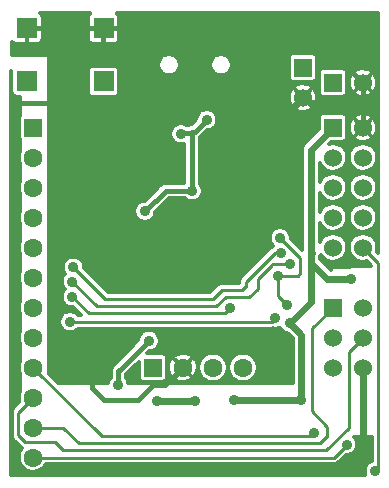
<source format=gbl>
G04 (created by PCBNEW (22-Jun-2014 BZR 4027)-stable) date Tue Nov  3 08:39:22 2015*
%MOIN*%
G04 Gerber Fmt 3.4, Leading zero omitted, Abs format*
%FSLAX34Y34*%
G01*
G70*
G90*
G04 APERTURE LIST*
%ADD10C,0.00590551*%
%ADD11R,0.06X0.06*%
%ADD12C,0.06*%
%ADD13R,0.07X0.07*%
%ADD14C,0.0629921*%
%ADD15C,0.035*%
%ADD16C,0.0102362*%
%ADD17C,0.015748*%
%ADD18C,0.023622*%
%ADD19C,0.011811*%
G04 APERTURE END LIST*
G54D10*
G54D11*
X50263Y-43370D03*
G54D12*
X51263Y-43370D03*
X50263Y-44370D03*
X51263Y-44370D03*
X50263Y-45370D03*
X51263Y-45370D03*
X50263Y-46370D03*
X51263Y-46370D03*
X50263Y-47370D03*
X51263Y-47370D03*
G54D11*
X50263Y-49370D03*
G54D12*
X51263Y-49370D03*
X50263Y-50370D03*
X51263Y-50370D03*
X50263Y-51370D03*
X51263Y-51370D03*
G54D13*
X40058Y-40058D03*
X42618Y-40058D03*
X40058Y-41830D03*
X42618Y-41830D03*
G54D11*
X50263Y-41870D03*
G54D12*
X51263Y-41870D03*
G54D11*
X49263Y-41370D03*
G54D12*
X49263Y-42370D03*
G54D11*
X40263Y-43370D03*
G54D14*
X40263Y-44370D03*
X40263Y-45370D03*
X40263Y-46370D03*
X40263Y-47370D03*
X40263Y-48370D03*
X40263Y-49370D03*
X40263Y-50370D03*
X40263Y-51370D03*
X40263Y-52370D03*
X40263Y-53370D03*
X40263Y-54370D03*
G54D11*
X44263Y-51370D03*
G54D14*
X45263Y-51370D03*
X46263Y-51370D03*
X47263Y-51370D03*
G54D15*
X48740Y-49291D03*
X48425Y-48307D03*
X48503Y-47047D03*
X41614Y-48031D03*
X48523Y-47539D03*
X43110Y-51968D03*
X50748Y-53937D03*
X44133Y-50472D03*
X41574Y-49015D03*
X46850Y-49370D03*
X41496Y-49842D03*
X48346Y-49724D03*
X51653Y-54803D03*
X49645Y-53543D03*
X41574Y-48503D03*
X48818Y-47933D03*
X44685Y-48661D03*
X46732Y-48149D03*
X42244Y-51614D03*
X48228Y-54763D03*
X46929Y-54763D03*
X45669Y-54763D03*
X44370Y-54763D03*
X43110Y-54763D03*
X42755Y-43543D03*
X48976Y-45039D03*
X45472Y-41338D03*
X49212Y-52440D03*
X48818Y-49881D03*
X46968Y-52440D03*
X45669Y-52480D03*
X44409Y-52480D03*
X45196Y-43582D03*
X50866Y-48425D03*
X43996Y-46161D03*
X45570Y-45472D03*
X46062Y-43110D03*
G54D16*
X50263Y-49370D02*
X49566Y-50066D01*
X50078Y-53346D02*
X50078Y-53661D01*
X49566Y-52834D02*
X50078Y-53346D01*
X49566Y-52795D02*
X49566Y-52834D01*
X49566Y-50066D02*
X49566Y-52795D01*
X50078Y-53661D02*
X50078Y-53700D01*
X50078Y-53700D02*
X50078Y-53661D01*
X49606Y-53897D02*
X49842Y-53897D01*
X49842Y-53897D02*
X50078Y-53661D01*
X40263Y-53370D02*
X41283Y-53370D01*
X41811Y-53897D02*
X49606Y-53897D01*
X49606Y-53897D02*
X49645Y-53897D01*
X41283Y-53370D02*
X41811Y-53897D01*
X40263Y-52370D02*
X39763Y-52870D01*
X39763Y-52870D02*
X39763Y-53622D01*
X49842Y-54133D02*
X50039Y-54133D01*
X50787Y-53385D02*
X50787Y-53031D01*
X50039Y-54133D02*
X50787Y-53385D01*
X50787Y-50846D02*
X51263Y-50370D01*
X50787Y-53031D02*
X50787Y-50846D01*
X41259Y-54133D02*
X49842Y-54133D01*
X40984Y-53858D02*
X41259Y-54133D01*
X40000Y-53858D02*
X40984Y-53858D01*
X39763Y-53622D02*
X40000Y-53858D01*
X48425Y-48976D02*
X48425Y-48307D01*
X48740Y-49291D02*
X48425Y-48976D01*
X49173Y-48031D02*
X49173Y-47716D01*
X49173Y-47716D02*
X48503Y-47047D01*
X49173Y-48228D02*
X49173Y-48031D01*
X48425Y-48307D02*
X49094Y-48307D01*
X49094Y-48307D02*
X49173Y-48228D01*
X42874Y-49094D02*
X42677Y-49094D01*
X42677Y-49094D02*
X41614Y-48031D01*
X47362Y-48700D02*
X47322Y-48700D01*
X48523Y-47539D02*
X48326Y-47539D01*
X48326Y-47539D02*
X47362Y-48503D01*
X47362Y-48700D02*
X47362Y-48503D01*
X46259Y-49094D02*
X42874Y-49094D01*
X46574Y-48779D02*
X46259Y-49094D01*
X47244Y-48779D02*
X46574Y-48779D01*
X47322Y-48700D02*
X47244Y-48779D01*
G54D17*
X43110Y-51496D02*
X43188Y-51417D01*
X43110Y-51968D02*
X43110Y-51496D01*
X43188Y-51417D02*
X44133Y-50472D01*
G54D16*
X50275Y-54370D02*
X50314Y-54370D01*
X50314Y-54370D02*
X50748Y-53937D01*
X49763Y-54370D02*
X50275Y-54370D01*
X49527Y-54370D02*
X49763Y-54370D01*
X40263Y-54370D02*
X49527Y-54370D01*
X42125Y-49566D02*
X41574Y-49015D01*
X46653Y-49566D02*
X42125Y-49566D01*
X46850Y-49370D02*
X46653Y-49566D01*
X41496Y-49842D02*
X41496Y-49844D01*
X41496Y-49844D02*
X41496Y-49842D01*
X41496Y-49842D02*
X41496Y-49844D01*
X48226Y-49844D02*
X41496Y-49844D01*
X48346Y-49724D02*
X48226Y-49844D01*
X49488Y-53661D02*
X49527Y-53661D01*
X49527Y-53661D02*
X49645Y-53543D01*
X51771Y-47877D02*
X51263Y-47370D01*
X51771Y-54685D02*
X51771Y-47877D01*
X51653Y-54803D02*
X51771Y-54685D01*
X40263Y-51370D02*
X42555Y-53661D01*
X42555Y-53661D02*
X49488Y-53661D01*
X42755Y-49330D02*
X42401Y-49330D01*
X42401Y-49330D02*
X41574Y-48503D01*
X48228Y-47933D02*
X48228Y-47952D01*
X46377Y-49330D02*
X42755Y-49330D01*
X46692Y-49015D02*
X46377Y-49330D01*
X47480Y-49015D02*
X46692Y-49015D01*
X47755Y-48740D02*
X47480Y-49015D01*
X47755Y-48425D02*
X47755Y-48740D01*
X48228Y-47952D02*
X47755Y-48425D01*
X48228Y-47933D02*
X48818Y-47933D01*
G54D18*
X45393Y-48661D02*
X46318Y-47736D01*
X44685Y-48661D02*
X45393Y-48661D01*
X46732Y-48149D02*
X46318Y-47736D01*
X46732Y-47283D02*
X46741Y-47273D01*
X46732Y-48149D02*
X46732Y-47283D01*
G54D17*
X41023Y-40058D02*
X41023Y-42519D01*
X40984Y-42559D02*
X39606Y-42559D01*
X41023Y-42519D02*
X40984Y-42559D01*
X42244Y-51614D02*
X42244Y-52047D01*
X44665Y-51968D02*
X45263Y-51370D01*
X44251Y-51968D02*
X44665Y-51968D01*
X43779Y-52440D02*
X44251Y-51968D01*
X42637Y-52440D02*
X43779Y-52440D01*
X42244Y-52047D02*
X42637Y-52440D01*
X42244Y-51614D02*
X41023Y-50393D01*
X41023Y-50393D02*
X41023Y-45275D01*
X41023Y-45275D02*
X42755Y-43543D01*
G54D16*
X39645Y-52204D02*
X39606Y-52165D01*
X39527Y-53897D02*
X39527Y-52362D01*
X39527Y-52362D02*
X39527Y-52322D01*
X39527Y-52322D02*
X39645Y-52204D01*
G54D17*
X43110Y-54763D02*
X42992Y-54881D01*
X39606Y-54566D02*
X39606Y-53976D01*
X39921Y-54881D02*
X39606Y-54566D01*
X42992Y-54881D02*
X39921Y-54881D01*
G54D16*
X39606Y-53976D02*
X39527Y-53897D01*
X39606Y-52165D02*
X39606Y-42559D01*
G54D17*
X48976Y-45039D02*
X46741Y-47273D01*
G54D18*
X51263Y-51370D02*
X51263Y-54051D01*
X51263Y-54051D02*
X50551Y-54763D01*
X50472Y-54763D02*
X50551Y-54763D01*
X48228Y-54763D02*
X50472Y-54763D01*
X48976Y-45039D02*
X48976Y-42657D01*
X48976Y-42657D02*
X49263Y-42370D01*
X45669Y-54763D02*
X46929Y-54763D01*
X43110Y-54763D02*
X44370Y-54763D01*
X43149Y-43070D02*
X43149Y-43149D01*
X43405Y-42814D02*
X43149Y-43070D01*
X43405Y-42165D02*
X43405Y-42814D01*
X43149Y-43149D02*
X42755Y-43543D01*
G54D17*
X43405Y-42165D02*
X43405Y-42125D01*
X43405Y-42125D02*
X43405Y-40058D01*
X45472Y-41338D02*
X45472Y-40058D01*
X45472Y-40058D02*
X45472Y-40059D01*
X45472Y-40059D02*
X45472Y-40058D01*
X49263Y-42370D02*
X49413Y-42519D01*
X49413Y-42519D02*
X51263Y-42519D01*
X51263Y-43370D02*
X51263Y-42519D01*
X51263Y-42519D02*
X51263Y-41870D01*
X40058Y-40058D02*
X41023Y-40058D01*
X41023Y-40058D02*
X42618Y-40058D01*
X42618Y-40058D02*
X43405Y-40058D01*
X43405Y-40058D02*
X45472Y-40058D01*
X45472Y-40058D02*
X49452Y-40058D01*
X49452Y-40058D02*
X51263Y-41870D01*
G54D18*
X49212Y-52440D02*
X49212Y-50275D01*
X49212Y-50275D02*
X48818Y-49881D01*
X48425Y-52440D02*
X49212Y-52440D01*
X46968Y-52440D02*
X48425Y-52440D01*
X49566Y-47559D02*
X49527Y-47559D01*
X48818Y-49881D02*
X49527Y-49173D01*
X49527Y-49173D02*
X49527Y-47598D01*
X49527Y-47598D02*
X49566Y-47559D01*
X49527Y-45275D02*
X49527Y-44106D01*
X49527Y-47322D02*
X49527Y-47559D01*
X49527Y-44106D02*
X50263Y-43370D01*
X49527Y-47322D02*
X49527Y-45236D01*
X49527Y-45236D02*
X49527Y-45275D01*
X44409Y-52480D02*
X45669Y-52480D01*
G54D17*
X45570Y-43543D02*
X45236Y-43543D01*
X45236Y-43543D02*
X45196Y-43582D01*
G54D18*
X49527Y-47559D02*
X49527Y-47874D01*
X49527Y-47874D02*
X50078Y-48425D01*
X50078Y-48425D02*
X50866Y-48425D01*
G54D17*
X45570Y-45472D02*
X44685Y-45472D01*
X44685Y-45472D02*
X43996Y-46161D01*
X45570Y-45472D02*
X45570Y-43543D01*
X45570Y-43543D02*
X45570Y-43503D01*
X46062Y-43110D02*
X45669Y-43503D01*
X45669Y-43503D02*
X45570Y-43503D01*
G54D10*
G36*
X51771Y-47555D02*
X51742Y-47526D01*
X51742Y-43388D01*
X51742Y-41888D01*
X51737Y-41794D01*
X51713Y-41704D01*
X51672Y-41620D01*
X51652Y-41589D01*
X51572Y-41563D01*
X51570Y-41566D01*
X51570Y-41560D01*
X51544Y-41481D01*
X51463Y-41434D01*
X51374Y-41403D01*
X51281Y-41390D01*
X51188Y-41396D01*
X51097Y-41420D01*
X51013Y-41460D01*
X50983Y-41481D01*
X50957Y-41560D01*
X51263Y-41867D01*
X51570Y-41560D01*
X51570Y-41566D01*
X51266Y-41870D01*
X51572Y-42176D01*
X51652Y-42150D01*
X51699Y-42069D01*
X51730Y-41980D01*
X51742Y-41888D01*
X51742Y-43388D01*
X51737Y-43294D01*
X51713Y-43204D01*
X51672Y-43120D01*
X51652Y-43089D01*
X51572Y-43063D01*
X51570Y-43066D01*
X51570Y-43060D01*
X51570Y-42179D01*
X51263Y-41872D01*
X51260Y-41875D01*
X51260Y-41870D01*
X50954Y-41563D01*
X50874Y-41589D01*
X50827Y-41670D01*
X50797Y-41759D01*
X50784Y-41851D01*
X50790Y-41945D01*
X50813Y-42035D01*
X50854Y-42120D01*
X50874Y-42150D01*
X50954Y-42176D01*
X51260Y-41870D01*
X51260Y-41875D01*
X50957Y-42179D01*
X50983Y-42259D01*
X51064Y-42306D01*
X51152Y-42336D01*
X51245Y-42349D01*
X51339Y-42343D01*
X51429Y-42319D01*
X51513Y-42279D01*
X51544Y-42259D01*
X51570Y-42179D01*
X51570Y-43060D01*
X51544Y-42981D01*
X51463Y-42934D01*
X51374Y-42903D01*
X51281Y-42890D01*
X51188Y-42896D01*
X51097Y-42920D01*
X51013Y-42960D01*
X50983Y-42981D01*
X50957Y-43060D01*
X51263Y-43367D01*
X51570Y-43060D01*
X51570Y-43066D01*
X51266Y-43370D01*
X51572Y-43676D01*
X51652Y-43650D01*
X51699Y-43569D01*
X51730Y-43480D01*
X51742Y-43388D01*
X51742Y-47526D01*
X51722Y-47505D01*
X51739Y-47430D01*
X51740Y-47323D01*
X51740Y-46323D01*
X51740Y-45323D01*
X51740Y-44323D01*
X51722Y-44231D01*
X51687Y-44144D01*
X51635Y-44067D01*
X51570Y-44001D01*
X51570Y-43679D01*
X51263Y-43372D01*
X51260Y-43375D01*
X51260Y-43370D01*
X50954Y-43063D01*
X50874Y-43089D01*
X50827Y-43170D01*
X50797Y-43259D01*
X50784Y-43351D01*
X50790Y-43445D01*
X50813Y-43535D01*
X50854Y-43620D01*
X50874Y-43650D01*
X50954Y-43676D01*
X51260Y-43370D01*
X51260Y-43375D01*
X50957Y-43679D01*
X50983Y-43759D01*
X51064Y-43806D01*
X51152Y-43836D01*
X51245Y-43849D01*
X51339Y-43843D01*
X51429Y-43819D01*
X51513Y-43779D01*
X51544Y-43759D01*
X51570Y-43679D01*
X51570Y-44001D01*
X51569Y-44000D01*
X51491Y-43948D01*
X51405Y-43912D01*
X51313Y-43893D01*
X51220Y-43892D01*
X51128Y-43910D01*
X51041Y-43945D01*
X50963Y-43996D01*
X50896Y-44061D01*
X50843Y-44139D01*
X50806Y-44225D01*
X50787Y-44316D01*
X50785Y-44410D01*
X50802Y-44502D01*
X50837Y-44589D01*
X50888Y-44667D01*
X50953Y-44735D01*
X51029Y-44788D01*
X51115Y-44826D01*
X51207Y-44846D01*
X51300Y-44848D01*
X51392Y-44831D01*
X51479Y-44798D01*
X51558Y-44747D01*
X51626Y-44683D01*
X51680Y-44606D01*
X51718Y-44521D01*
X51739Y-44430D01*
X51740Y-44323D01*
X51740Y-45323D01*
X51722Y-45231D01*
X51687Y-45144D01*
X51635Y-45067D01*
X51569Y-45000D01*
X51491Y-44948D01*
X51405Y-44912D01*
X51313Y-44893D01*
X51220Y-44892D01*
X51128Y-44910D01*
X51041Y-44945D01*
X50963Y-44996D01*
X50896Y-45061D01*
X50843Y-45139D01*
X50806Y-45225D01*
X50787Y-45316D01*
X50785Y-45410D01*
X50802Y-45502D01*
X50837Y-45589D01*
X50888Y-45667D01*
X50953Y-45735D01*
X51029Y-45788D01*
X51115Y-45826D01*
X51207Y-45846D01*
X51300Y-45848D01*
X51392Y-45831D01*
X51479Y-45798D01*
X51558Y-45747D01*
X51626Y-45683D01*
X51680Y-45606D01*
X51718Y-45521D01*
X51739Y-45430D01*
X51740Y-45323D01*
X51740Y-46323D01*
X51722Y-46231D01*
X51687Y-46144D01*
X51635Y-46067D01*
X51569Y-46000D01*
X51491Y-45948D01*
X51405Y-45912D01*
X51313Y-45893D01*
X51220Y-45892D01*
X51128Y-45910D01*
X51041Y-45945D01*
X50963Y-45996D01*
X50896Y-46061D01*
X50843Y-46139D01*
X50806Y-46225D01*
X50787Y-46316D01*
X50785Y-46410D01*
X50802Y-46502D01*
X50837Y-46589D01*
X50888Y-46667D01*
X50953Y-46735D01*
X51029Y-46788D01*
X51115Y-46826D01*
X51207Y-46846D01*
X51300Y-46848D01*
X51392Y-46831D01*
X51479Y-46798D01*
X51558Y-46747D01*
X51626Y-46683D01*
X51680Y-46606D01*
X51718Y-46521D01*
X51739Y-46430D01*
X51740Y-46323D01*
X51740Y-47323D01*
X51722Y-47231D01*
X51687Y-47144D01*
X51635Y-47067D01*
X51569Y-47000D01*
X51491Y-46948D01*
X51405Y-46912D01*
X51313Y-46893D01*
X51220Y-46892D01*
X51128Y-46910D01*
X51041Y-46945D01*
X50963Y-46996D01*
X50896Y-47061D01*
X50843Y-47139D01*
X50806Y-47225D01*
X50787Y-47316D01*
X50785Y-47410D01*
X50802Y-47502D01*
X50837Y-47589D01*
X50888Y-47667D01*
X50953Y-47735D01*
X51029Y-47788D01*
X51115Y-47826D01*
X51207Y-47846D01*
X51300Y-47848D01*
X51392Y-47831D01*
X51399Y-47829D01*
X51543Y-47972D01*
X51543Y-47980D01*
X50216Y-48013D01*
X50216Y-48129D01*
X50201Y-48129D01*
X49822Y-47751D01*
X49822Y-47703D01*
X49825Y-47698D01*
X49839Y-47673D01*
X49839Y-47672D01*
X49839Y-47672D01*
X49847Y-47645D01*
X49856Y-47618D01*
X49888Y-47667D01*
X49953Y-47735D01*
X50029Y-47788D01*
X50115Y-47826D01*
X50207Y-47846D01*
X50300Y-47848D01*
X50392Y-47831D01*
X50479Y-47798D01*
X50558Y-47747D01*
X50626Y-47683D01*
X50680Y-47606D01*
X50718Y-47521D01*
X50739Y-47430D01*
X50740Y-47323D01*
X50722Y-47231D01*
X50687Y-47144D01*
X50635Y-47067D01*
X50569Y-47000D01*
X50491Y-46948D01*
X50405Y-46912D01*
X50313Y-46893D01*
X50220Y-46892D01*
X50128Y-46910D01*
X50041Y-46945D01*
X49963Y-46996D01*
X49896Y-47061D01*
X49843Y-47139D01*
X49822Y-47187D01*
X49822Y-46552D01*
X49837Y-46589D01*
X49888Y-46667D01*
X49953Y-46735D01*
X50029Y-46788D01*
X50115Y-46826D01*
X50207Y-46846D01*
X50300Y-46848D01*
X50392Y-46831D01*
X50479Y-46798D01*
X50558Y-46747D01*
X50626Y-46683D01*
X50680Y-46606D01*
X50718Y-46521D01*
X50739Y-46430D01*
X50740Y-46323D01*
X50722Y-46231D01*
X50687Y-46144D01*
X50635Y-46067D01*
X50569Y-46000D01*
X50491Y-45948D01*
X50405Y-45912D01*
X50313Y-45893D01*
X50220Y-45892D01*
X50128Y-45910D01*
X50041Y-45945D01*
X49963Y-45996D01*
X49896Y-46061D01*
X49843Y-46139D01*
X49822Y-46187D01*
X49822Y-45552D01*
X49837Y-45589D01*
X49888Y-45667D01*
X49953Y-45735D01*
X50029Y-45788D01*
X50115Y-45826D01*
X50207Y-45846D01*
X50300Y-45848D01*
X50392Y-45831D01*
X50479Y-45798D01*
X50558Y-45747D01*
X50626Y-45683D01*
X50680Y-45606D01*
X50718Y-45521D01*
X50739Y-45430D01*
X50740Y-45323D01*
X50722Y-45231D01*
X50687Y-45144D01*
X50635Y-45067D01*
X50569Y-45000D01*
X50491Y-44948D01*
X50405Y-44912D01*
X50313Y-44893D01*
X50220Y-44892D01*
X50128Y-44910D01*
X50041Y-44945D01*
X49963Y-44996D01*
X49896Y-45061D01*
X49843Y-45139D01*
X49822Y-45187D01*
X49822Y-44552D01*
X49837Y-44589D01*
X49888Y-44667D01*
X49953Y-44735D01*
X50029Y-44788D01*
X50115Y-44826D01*
X50207Y-44846D01*
X50300Y-44848D01*
X50392Y-44831D01*
X50479Y-44798D01*
X50558Y-44747D01*
X50626Y-44683D01*
X50680Y-44606D01*
X50718Y-44521D01*
X50739Y-44430D01*
X50740Y-44323D01*
X50722Y-44231D01*
X50687Y-44144D01*
X50635Y-44067D01*
X50569Y-44000D01*
X50491Y-43948D01*
X50405Y-43912D01*
X50313Y-43893D01*
X50220Y-43892D01*
X50144Y-43907D01*
X50204Y-43847D01*
X50581Y-43847D01*
X50615Y-43840D01*
X50647Y-43827D01*
X50676Y-43808D01*
X50700Y-43783D01*
X50720Y-43754D01*
X50733Y-43722D01*
X50740Y-43688D01*
X50741Y-43653D01*
X50741Y-42153D01*
X50740Y-41552D01*
X50734Y-41518D01*
X50720Y-41486D01*
X50701Y-41457D01*
X50677Y-41432D01*
X50648Y-41413D01*
X50616Y-41400D01*
X50582Y-41393D01*
X50547Y-41392D01*
X49946Y-41392D01*
X49912Y-41399D01*
X49880Y-41412D01*
X49851Y-41432D01*
X49826Y-41456D01*
X49807Y-41485D01*
X49793Y-41517D01*
X49786Y-41551D01*
X49786Y-41586D01*
X49786Y-42187D01*
X49793Y-42221D01*
X49806Y-42253D01*
X49825Y-42282D01*
X49850Y-42307D01*
X49879Y-42326D01*
X49911Y-42340D01*
X49945Y-42347D01*
X49979Y-42347D01*
X50581Y-42347D01*
X50615Y-42340D01*
X50647Y-42327D01*
X50676Y-42308D01*
X50700Y-42283D01*
X50720Y-42254D01*
X50733Y-42222D01*
X50740Y-42188D01*
X50741Y-42153D01*
X50741Y-43653D01*
X50740Y-43052D01*
X50734Y-43018D01*
X50720Y-42986D01*
X50701Y-42957D01*
X50677Y-42932D01*
X50648Y-42913D01*
X50616Y-42900D01*
X50582Y-42893D01*
X50547Y-42892D01*
X49946Y-42892D01*
X49912Y-42899D01*
X49880Y-42912D01*
X49851Y-42932D01*
X49826Y-42956D01*
X49807Y-42985D01*
X49793Y-43017D01*
X49786Y-43051D01*
X49786Y-43086D01*
X49786Y-43429D01*
X49742Y-43473D01*
X49742Y-42388D01*
X49741Y-42357D01*
X49741Y-41653D01*
X49740Y-41052D01*
X49734Y-41018D01*
X49720Y-40986D01*
X49701Y-40957D01*
X49677Y-40932D01*
X49648Y-40913D01*
X49616Y-40900D01*
X49582Y-40893D01*
X49547Y-40892D01*
X48946Y-40892D01*
X48912Y-40899D01*
X48880Y-40912D01*
X48851Y-40932D01*
X48826Y-40956D01*
X48807Y-40985D01*
X48793Y-41017D01*
X48786Y-41051D01*
X48786Y-41086D01*
X48786Y-41687D01*
X48793Y-41721D01*
X48806Y-41753D01*
X48825Y-41782D01*
X48850Y-41807D01*
X48879Y-41826D01*
X48911Y-41840D01*
X48945Y-41847D01*
X48979Y-41847D01*
X49581Y-41847D01*
X49615Y-41840D01*
X49647Y-41827D01*
X49676Y-41808D01*
X49700Y-41783D01*
X49720Y-41754D01*
X49733Y-41722D01*
X49740Y-41688D01*
X49741Y-41653D01*
X49741Y-42357D01*
X49737Y-42294D01*
X49713Y-42204D01*
X49672Y-42120D01*
X49652Y-42089D01*
X49572Y-42063D01*
X49570Y-42066D01*
X49570Y-42060D01*
X49544Y-41981D01*
X49463Y-41934D01*
X49374Y-41903D01*
X49281Y-41890D01*
X49188Y-41896D01*
X49097Y-41920D01*
X49013Y-41960D01*
X48983Y-41981D01*
X48957Y-42060D01*
X49263Y-42367D01*
X49570Y-42060D01*
X49570Y-42066D01*
X49266Y-42370D01*
X49572Y-42676D01*
X49652Y-42650D01*
X49699Y-42569D01*
X49730Y-42480D01*
X49742Y-42388D01*
X49742Y-43473D01*
X49570Y-43646D01*
X49570Y-42679D01*
X49263Y-42372D01*
X49260Y-42375D01*
X49260Y-42370D01*
X48954Y-42063D01*
X48874Y-42089D01*
X48827Y-42170D01*
X48797Y-42259D01*
X48784Y-42351D01*
X48790Y-42445D01*
X48813Y-42535D01*
X48854Y-42620D01*
X48874Y-42650D01*
X48954Y-42676D01*
X49260Y-42370D01*
X49260Y-42375D01*
X48957Y-42679D01*
X48983Y-42759D01*
X49064Y-42806D01*
X49152Y-42836D01*
X49245Y-42849D01*
X49339Y-42843D01*
X49429Y-42819D01*
X49513Y-42779D01*
X49544Y-42759D01*
X49570Y-42679D01*
X49570Y-43646D01*
X49318Y-43897D01*
X49301Y-43918D01*
X49283Y-43939D01*
X49283Y-43940D01*
X49282Y-43942D01*
X49269Y-43966D01*
X49256Y-43989D01*
X49255Y-43991D01*
X49254Y-43992D01*
X49246Y-44018D01*
X49238Y-44044D01*
X49238Y-44046D01*
X49238Y-44047D01*
X49235Y-44075D01*
X49232Y-44102D01*
X49232Y-44105D01*
X49232Y-44105D01*
X49232Y-44105D01*
X49232Y-44106D01*
X49232Y-45236D01*
X49232Y-45275D01*
X49232Y-47322D01*
X49232Y-47452D01*
X48855Y-47075D01*
X48856Y-47012D01*
X48842Y-46944D01*
X48816Y-46881D01*
X48778Y-46823D01*
X48729Y-46774D01*
X48672Y-46735D01*
X48608Y-46709D01*
X48540Y-46695D01*
X48471Y-46694D01*
X48404Y-46707D01*
X48339Y-46733D01*
X48282Y-46771D01*
X48232Y-46819D01*
X48193Y-46876D01*
X48166Y-46940D01*
X48152Y-47007D01*
X48151Y-47076D01*
X48163Y-47144D01*
X48189Y-47208D01*
X48226Y-47267D01*
X48261Y-47303D01*
X48252Y-47311D01*
X48241Y-47327D01*
X48240Y-47327D01*
X48239Y-47328D01*
X48221Y-47338D01*
X48202Y-47347D01*
X48201Y-47348D01*
X48200Y-47349D01*
X48184Y-47362D01*
X48167Y-47375D01*
X48165Y-47377D01*
X48165Y-47377D01*
X48165Y-47377D01*
X48165Y-47377D01*
X47200Y-48342D01*
X47187Y-48358D01*
X47173Y-48374D01*
X47173Y-48375D01*
X47172Y-48376D01*
X47162Y-48395D01*
X47152Y-48413D01*
X47151Y-48415D01*
X47151Y-48416D01*
X47145Y-48436D01*
X47138Y-48456D01*
X47138Y-48457D01*
X47138Y-48458D01*
X47136Y-48479D01*
X47133Y-48500D01*
X47133Y-48503D01*
X47133Y-48503D01*
X47133Y-48503D01*
X47133Y-48503D01*
X47133Y-48551D01*
X46889Y-48551D01*
X46889Y-41245D01*
X46875Y-41177D01*
X46849Y-41112D01*
X46811Y-41054D01*
X46762Y-41005D01*
X46704Y-40966D01*
X46640Y-40939D01*
X46572Y-40925D01*
X46503Y-40925D01*
X46434Y-40938D01*
X46370Y-40964D01*
X46312Y-41002D01*
X46262Y-41051D01*
X46223Y-41108D01*
X46196Y-41172D01*
X46181Y-41240D01*
X46180Y-41309D01*
X46193Y-41377D01*
X46218Y-41442D01*
X46256Y-41500D01*
X46304Y-41550D01*
X46361Y-41590D01*
X46425Y-41618D01*
X46493Y-41633D01*
X46562Y-41634D01*
X46630Y-41622D01*
X46695Y-41597D01*
X46754Y-41560D01*
X46804Y-41512D01*
X46844Y-41455D01*
X46872Y-41392D01*
X46888Y-41324D01*
X46889Y-41245D01*
X46889Y-48551D01*
X46574Y-48551D01*
X46553Y-48553D01*
X46532Y-48555D01*
X46531Y-48555D01*
X46530Y-48555D01*
X46510Y-48561D01*
X46490Y-48567D01*
X46488Y-48568D01*
X46487Y-48568D01*
X46469Y-48578D01*
X46450Y-48588D01*
X46449Y-48588D01*
X46448Y-48589D01*
X46432Y-48602D01*
X46415Y-48615D01*
X46415Y-48616D01*
X46415Y-43075D01*
X46401Y-43007D01*
X46375Y-42944D01*
X46337Y-42886D01*
X46288Y-42837D01*
X46231Y-42798D01*
X46167Y-42772D01*
X46099Y-42758D01*
X46030Y-42757D01*
X45963Y-42770D01*
X45899Y-42796D01*
X45841Y-42834D01*
X45791Y-42882D01*
X45752Y-42939D01*
X45725Y-43003D01*
X45711Y-43070D01*
X45710Y-43100D01*
X45562Y-43248D01*
X45546Y-43250D01*
X45522Y-43252D01*
X45522Y-43252D01*
X45521Y-43252D01*
X45498Y-43259D01*
X45475Y-43266D01*
X45474Y-43267D01*
X45473Y-43267D01*
X45452Y-43278D01*
X45435Y-43287D01*
X45388Y-43287D01*
X45365Y-43271D01*
X45301Y-43244D01*
X45233Y-43230D01*
X45164Y-43230D01*
X45157Y-43231D01*
X45157Y-41245D01*
X45143Y-41177D01*
X45117Y-41112D01*
X45079Y-41054D01*
X45030Y-41005D01*
X44972Y-40966D01*
X44908Y-40939D01*
X44840Y-40925D01*
X44771Y-40925D01*
X44702Y-40938D01*
X44638Y-40964D01*
X44580Y-41002D01*
X44530Y-41051D01*
X44491Y-41108D01*
X44464Y-41172D01*
X44449Y-41240D01*
X44448Y-41309D01*
X44461Y-41377D01*
X44486Y-41442D01*
X44524Y-41500D01*
X44572Y-41550D01*
X44629Y-41590D01*
X44693Y-41618D01*
X44761Y-41633D01*
X44830Y-41634D01*
X44898Y-41622D01*
X44963Y-41597D01*
X45022Y-41560D01*
X45072Y-41512D01*
X45112Y-41455D01*
X45140Y-41392D01*
X45156Y-41324D01*
X45157Y-41245D01*
X45157Y-43231D01*
X45096Y-43243D01*
X45032Y-43269D01*
X44975Y-43306D01*
X44925Y-43355D01*
X44886Y-43412D01*
X44859Y-43475D01*
X44845Y-43543D01*
X44844Y-43612D01*
X44856Y-43680D01*
X44882Y-43744D01*
X44919Y-43802D01*
X44967Y-43852D01*
X45024Y-43891D01*
X45087Y-43919D01*
X45154Y-43934D01*
X45223Y-43935D01*
X45292Y-43923D01*
X45314Y-43914D01*
X45314Y-45216D01*
X44685Y-45216D01*
X44661Y-45218D01*
X44637Y-45220D01*
X44636Y-45221D01*
X44635Y-45221D01*
X44612Y-45228D01*
X44590Y-45234D01*
X44588Y-45235D01*
X44587Y-45235D01*
X44566Y-45246D01*
X44545Y-45257D01*
X44544Y-45258D01*
X44543Y-45259D01*
X44525Y-45274D01*
X44506Y-45288D01*
X44504Y-45290D01*
X44504Y-45290D01*
X44504Y-45290D01*
X44504Y-45291D01*
X43986Y-45809D01*
X43963Y-45809D01*
X43896Y-45821D01*
X43832Y-45847D01*
X43774Y-45885D01*
X43724Y-45933D01*
X43685Y-45990D01*
X43658Y-46054D01*
X43644Y-46121D01*
X43643Y-46191D01*
X43655Y-46258D01*
X43681Y-46323D01*
X43718Y-46381D01*
X43766Y-46430D01*
X43823Y-46470D01*
X43886Y-46497D01*
X43954Y-46512D01*
X44023Y-46514D01*
X44091Y-46502D01*
X44155Y-46477D01*
X44213Y-46440D01*
X44263Y-46392D01*
X44303Y-46336D01*
X44331Y-46273D01*
X44347Y-46205D01*
X44347Y-46171D01*
X44791Y-45728D01*
X45328Y-45728D01*
X45341Y-45741D01*
X45398Y-45781D01*
X45461Y-45808D01*
X45528Y-45823D01*
X45598Y-45825D01*
X45666Y-45813D01*
X45730Y-45788D01*
X45788Y-45751D01*
X45838Y-45703D01*
X45878Y-45647D01*
X45906Y-45584D01*
X45921Y-45516D01*
X45923Y-45437D01*
X45909Y-45370D01*
X45883Y-45306D01*
X45845Y-45248D01*
X45826Y-45230D01*
X45826Y-43704D01*
X45829Y-43702D01*
X45847Y-43687D01*
X45849Y-43685D01*
X45849Y-43685D01*
X45849Y-43685D01*
X45850Y-43684D01*
X46072Y-43462D01*
X46090Y-43463D01*
X46158Y-43451D01*
X46222Y-43426D01*
X46280Y-43389D01*
X46330Y-43341D01*
X46370Y-43285D01*
X46398Y-43221D01*
X46414Y-43154D01*
X46415Y-43075D01*
X46415Y-48616D01*
X46413Y-48617D01*
X46413Y-48617D01*
X46413Y-48617D01*
X46413Y-48618D01*
X46165Y-48866D01*
X43145Y-48866D01*
X43145Y-42164D01*
X43145Y-40392D01*
X43145Y-40105D01*
X43101Y-40060D01*
X42620Y-40060D01*
X42620Y-40541D01*
X42664Y-40586D01*
X42985Y-40586D01*
X43020Y-40579D01*
X43052Y-40566D01*
X43081Y-40546D01*
X43105Y-40522D01*
X43125Y-40493D01*
X43138Y-40461D01*
X43145Y-40427D01*
X43145Y-40392D01*
X43145Y-42164D01*
X43145Y-41463D01*
X43139Y-41429D01*
X43125Y-41397D01*
X43106Y-41368D01*
X43082Y-41343D01*
X43053Y-41324D01*
X43021Y-41310D01*
X42987Y-41303D01*
X42952Y-41303D01*
X42616Y-41303D01*
X42616Y-40541D01*
X42616Y-40060D01*
X42135Y-40060D01*
X42091Y-40105D01*
X42091Y-40392D01*
X42091Y-40427D01*
X42098Y-40461D01*
X42111Y-40493D01*
X42131Y-40522D01*
X42156Y-40546D01*
X42185Y-40566D01*
X42217Y-40579D01*
X42251Y-40586D01*
X42572Y-40586D01*
X42616Y-40541D01*
X42616Y-41303D01*
X42251Y-41303D01*
X42217Y-41310D01*
X42185Y-41323D01*
X42156Y-41342D01*
X42131Y-41367D01*
X42111Y-41396D01*
X42098Y-41428D01*
X42091Y-41462D01*
X42091Y-41497D01*
X42091Y-42198D01*
X42098Y-42232D01*
X42111Y-42264D01*
X42130Y-42293D01*
X42155Y-42318D01*
X42183Y-42337D01*
X42215Y-42350D01*
X42249Y-42357D01*
X42284Y-42358D01*
X42985Y-42358D01*
X43020Y-42351D01*
X43052Y-42338D01*
X43081Y-42318D01*
X43105Y-42294D01*
X43125Y-42265D01*
X43138Y-42233D01*
X43145Y-42199D01*
X43145Y-42164D01*
X43145Y-48866D01*
X42874Y-48866D01*
X42771Y-48866D01*
X41965Y-48059D01*
X41966Y-47996D01*
X41952Y-47929D01*
X41926Y-47865D01*
X41888Y-47807D01*
X41839Y-47758D01*
X41782Y-47720D01*
X41718Y-47693D01*
X41651Y-47679D01*
X41582Y-47679D01*
X41514Y-47692D01*
X41450Y-47717D01*
X41392Y-47755D01*
X41343Y-47804D01*
X41304Y-47861D01*
X41276Y-47924D01*
X41262Y-47992D01*
X41261Y-48061D01*
X41274Y-48129D01*
X41299Y-48193D01*
X41333Y-48246D01*
X41303Y-48276D01*
X41264Y-48333D01*
X41237Y-48396D01*
X41223Y-48464D01*
X41222Y-48533D01*
X41234Y-48601D01*
X41260Y-48665D01*
X41297Y-48723D01*
X41332Y-48760D01*
X41303Y-48788D01*
X41264Y-48845D01*
X41237Y-48908D01*
X41223Y-48976D01*
X41222Y-49045D01*
X41234Y-49113D01*
X41260Y-49177D01*
X41297Y-49235D01*
X41345Y-49285D01*
X41402Y-49324D01*
X41465Y-49352D01*
X41532Y-49367D01*
X41601Y-49368D01*
X41604Y-49368D01*
X41852Y-49616D01*
X41767Y-49616D01*
X41721Y-49569D01*
X41664Y-49531D01*
X41600Y-49504D01*
X41533Y-49490D01*
X41463Y-49490D01*
X41396Y-49503D01*
X41332Y-49528D01*
X41274Y-49566D01*
X41224Y-49615D01*
X41185Y-49672D01*
X41158Y-49735D01*
X41144Y-49803D01*
X41143Y-49872D01*
X41155Y-49940D01*
X41181Y-50004D01*
X41218Y-50062D01*
X41266Y-50112D01*
X41323Y-50151D01*
X41386Y-50179D01*
X41454Y-50193D01*
X41523Y-50195D01*
X41591Y-50183D01*
X41655Y-50158D01*
X41713Y-50121D01*
X41763Y-50073D01*
X41764Y-50072D01*
X48226Y-50072D01*
X48247Y-50070D01*
X48268Y-50068D01*
X48269Y-50068D01*
X48270Y-50068D01*
X48270Y-50068D01*
X48304Y-50075D01*
X48373Y-50077D01*
X48441Y-50065D01*
X48503Y-50041D01*
X48504Y-50043D01*
X48541Y-50101D01*
X48589Y-50151D01*
X48646Y-50190D01*
X48709Y-50218D01*
X48745Y-50226D01*
X48917Y-50397D01*
X48917Y-51870D01*
X47755Y-51870D01*
X47755Y-51321D01*
X47737Y-51227D01*
X47700Y-51137D01*
X47646Y-51057D01*
X47578Y-50989D01*
X47498Y-50935D01*
X47410Y-50897D01*
X47315Y-50878D01*
X47218Y-50877D01*
X47124Y-50895D01*
X47034Y-50931D01*
X46953Y-50984D01*
X46884Y-51052D01*
X46830Y-51131D01*
X46792Y-51220D01*
X46772Y-51314D01*
X46771Y-51411D01*
X46788Y-51506D01*
X46823Y-51596D01*
X46876Y-51677D01*
X46943Y-51746D01*
X47022Y-51801D01*
X47110Y-51840D01*
X47205Y-51861D01*
X47301Y-51863D01*
X47396Y-51846D01*
X47486Y-51811D01*
X47568Y-51759D01*
X47638Y-51693D01*
X47693Y-51614D01*
X47733Y-51526D01*
X47754Y-51432D01*
X47755Y-51321D01*
X47755Y-51870D01*
X46755Y-51870D01*
X46755Y-51321D01*
X46737Y-51227D01*
X46700Y-51137D01*
X46646Y-51057D01*
X46578Y-50989D01*
X46498Y-50935D01*
X46410Y-50897D01*
X46315Y-50878D01*
X46218Y-50877D01*
X46124Y-50895D01*
X46034Y-50931D01*
X45953Y-50984D01*
X45884Y-51052D01*
X45830Y-51131D01*
X45792Y-51220D01*
X45772Y-51314D01*
X45771Y-51411D01*
X45788Y-51506D01*
X45823Y-51596D01*
X45876Y-51677D01*
X45943Y-51746D01*
X46022Y-51801D01*
X46110Y-51840D01*
X46205Y-51861D01*
X46301Y-51863D01*
X46396Y-51846D01*
X46486Y-51811D01*
X46568Y-51759D01*
X46638Y-51693D01*
X46693Y-51614D01*
X46733Y-51526D01*
X46754Y-51432D01*
X46755Y-51321D01*
X46755Y-51870D01*
X45757Y-51870D01*
X45757Y-51388D01*
X45752Y-51292D01*
X45727Y-51199D01*
X45685Y-51112D01*
X45664Y-51081D01*
X45583Y-51053D01*
X45580Y-51055D01*
X45580Y-51050D01*
X45552Y-50968D01*
X45469Y-50920D01*
X45378Y-50888D01*
X45282Y-50875D01*
X45186Y-50881D01*
X45092Y-50906D01*
X45005Y-50948D01*
X44974Y-50968D01*
X44946Y-51050D01*
X45263Y-51367D01*
X45580Y-51050D01*
X45580Y-51055D01*
X45266Y-51370D01*
X45583Y-51687D01*
X45664Y-51659D01*
X45713Y-51575D01*
X45744Y-51484D01*
X45757Y-51388D01*
X45757Y-51870D01*
X45580Y-51870D01*
X45580Y-51689D01*
X45263Y-51372D01*
X45260Y-51375D01*
X45260Y-51370D01*
X44944Y-51053D01*
X44862Y-51081D01*
X44814Y-51164D01*
X44782Y-51255D01*
X44769Y-51351D01*
X44775Y-51447D01*
X44799Y-51541D01*
X44841Y-51627D01*
X44862Y-51659D01*
X44944Y-51687D01*
X45260Y-51370D01*
X45260Y-51375D01*
X44946Y-51689D01*
X44974Y-51771D01*
X45058Y-51819D01*
X45149Y-51851D01*
X45245Y-51864D01*
X45341Y-51858D01*
X45434Y-51834D01*
X45521Y-51792D01*
X45552Y-51771D01*
X45580Y-51689D01*
X45580Y-51870D01*
X43449Y-51870D01*
X43449Y-51866D01*
X43422Y-51802D01*
X43384Y-51744D01*
X43366Y-51726D01*
X43366Y-51602D01*
X43369Y-51598D01*
X43369Y-51598D01*
X43369Y-51598D01*
X43786Y-51181D01*
X43786Y-51687D01*
X43793Y-51721D01*
X43806Y-51753D01*
X43825Y-51782D01*
X43850Y-51807D01*
X43879Y-51826D01*
X43911Y-51840D01*
X43945Y-51847D01*
X43979Y-51847D01*
X44581Y-51847D01*
X44615Y-51840D01*
X44647Y-51827D01*
X44676Y-51808D01*
X44700Y-51783D01*
X44720Y-51754D01*
X44733Y-51722D01*
X44740Y-51688D01*
X44741Y-51653D01*
X44740Y-51052D01*
X44734Y-51018D01*
X44720Y-50986D01*
X44701Y-50957D01*
X44677Y-50932D01*
X44648Y-50913D01*
X44616Y-50900D01*
X44582Y-50893D01*
X44547Y-50892D01*
X44075Y-50892D01*
X44143Y-50824D01*
X44161Y-50825D01*
X44229Y-50813D01*
X44293Y-50788D01*
X44351Y-50751D01*
X44401Y-50703D01*
X44441Y-50647D01*
X44469Y-50584D01*
X44484Y-50516D01*
X44486Y-50437D01*
X44472Y-50370D01*
X44446Y-50306D01*
X44408Y-50248D01*
X44359Y-50199D01*
X44302Y-50161D01*
X44238Y-50134D01*
X44170Y-50120D01*
X44101Y-50120D01*
X44033Y-50132D01*
X43969Y-50158D01*
X43912Y-50196D01*
X43862Y-50244D01*
X43823Y-50301D01*
X43796Y-50365D01*
X43782Y-50432D01*
X43781Y-50462D01*
X43008Y-51236D01*
X43008Y-51236D01*
X42929Y-51315D01*
X42914Y-51333D01*
X42899Y-51351D01*
X42898Y-51352D01*
X42897Y-51353D01*
X42886Y-51374D01*
X42875Y-51395D01*
X42874Y-51396D01*
X42873Y-51397D01*
X42867Y-51420D01*
X42859Y-51442D01*
X42859Y-51444D01*
X42859Y-51445D01*
X42856Y-51469D01*
X42854Y-51492D01*
X42854Y-51495D01*
X42854Y-51495D01*
X42854Y-51495D01*
X42854Y-51496D01*
X42854Y-51726D01*
X42839Y-51741D01*
X42800Y-51798D01*
X42772Y-51861D01*
X42771Y-51870D01*
X41086Y-51870D01*
X40807Y-51590D01*
X40807Y-40964D01*
X40585Y-40964D01*
X40585Y-40392D01*
X40585Y-40105D01*
X40541Y-40060D01*
X40060Y-40060D01*
X40060Y-40541D01*
X40104Y-40586D01*
X40425Y-40586D01*
X40460Y-40579D01*
X40492Y-40566D01*
X40521Y-40546D01*
X40545Y-40522D01*
X40565Y-40493D01*
X40578Y-40461D01*
X40585Y-40427D01*
X40585Y-40392D01*
X40585Y-40964D01*
X39566Y-40964D01*
X39566Y-40515D01*
X39571Y-40522D01*
X39596Y-40546D01*
X39625Y-40566D01*
X39657Y-40579D01*
X39691Y-40586D01*
X40012Y-40586D01*
X40056Y-40541D01*
X40056Y-40060D01*
X40048Y-40060D01*
X40048Y-40056D01*
X40056Y-40056D01*
X40056Y-40049D01*
X40060Y-40049D01*
X40060Y-40056D01*
X40541Y-40056D01*
X40585Y-40012D01*
X40585Y-39725D01*
X40585Y-39690D01*
X40578Y-39656D01*
X40565Y-39624D01*
X40545Y-39595D01*
X40521Y-39570D01*
X40515Y-39566D01*
X42162Y-39566D01*
X42156Y-39570D01*
X42131Y-39595D01*
X42111Y-39624D01*
X42098Y-39656D01*
X42091Y-39690D01*
X42091Y-39725D01*
X42091Y-40012D01*
X42135Y-40056D01*
X42616Y-40056D01*
X42616Y-40049D01*
X42620Y-40049D01*
X42620Y-40056D01*
X43101Y-40056D01*
X43145Y-40012D01*
X43145Y-39725D01*
X43145Y-39690D01*
X43138Y-39656D01*
X43125Y-39624D01*
X43105Y-39595D01*
X43081Y-39570D01*
X43075Y-39566D01*
X51574Y-39566D01*
X51771Y-39566D01*
X51771Y-47555D01*
X51771Y-47555D01*
G37*
G54D19*
X51771Y-47555D02*
X51742Y-47526D01*
X51742Y-43388D01*
X51742Y-41888D01*
X51737Y-41794D01*
X51713Y-41704D01*
X51672Y-41620D01*
X51652Y-41589D01*
X51572Y-41563D01*
X51570Y-41566D01*
X51570Y-41560D01*
X51544Y-41481D01*
X51463Y-41434D01*
X51374Y-41403D01*
X51281Y-41390D01*
X51188Y-41396D01*
X51097Y-41420D01*
X51013Y-41460D01*
X50983Y-41481D01*
X50957Y-41560D01*
X51263Y-41867D01*
X51570Y-41560D01*
X51570Y-41566D01*
X51266Y-41870D01*
X51572Y-42176D01*
X51652Y-42150D01*
X51699Y-42069D01*
X51730Y-41980D01*
X51742Y-41888D01*
X51742Y-43388D01*
X51737Y-43294D01*
X51713Y-43204D01*
X51672Y-43120D01*
X51652Y-43089D01*
X51572Y-43063D01*
X51570Y-43066D01*
X51570Y-43060D01*
X51570Y-42179D01*
X51263Y-41872D01*
X51260Y-41875D01*
X51260Y-41870D01*
X50954Y-41563D01*
X50874Y-41589D01*
X50827Y-41670D01*
X50797Y-41759D01*
X50784Y-41851D01*
X50790Y-41945D01*
X50813Y-42035D01*
X50854Y-42120D01*
X50874Y-42150D01*
X50954Y-42176D01*
X51260Y-41870D01*
X51260Y-41875D01*
X50957Y-42179D01*
X50983Y-42259D01*
X51064Y-42306D01*
X51152Y-42336D01*
X51245Y-42349D01*
X51339Y-42343D01*
X51429Y-42319D01*
X51513Y-42279D01*
X51544Y-42259D01*
X51570Y-42179D01*
X51570Y-43060D01*
X51544Y-42981D01*
X51463Y-42934D01*
X51374Y-42903D01*
X51281Y-42890D01*
X51188Y-42896D01*
X51097Y-42920D01*
X51013Y-42960D01*
X50983Y-42981D01*
X50957Y-43060D01*
X51263Y-43367D01*
X51570Y-43060D01*
X51570Y-43066D01*
X51266Y-43370D01*
X51572Y-43676D01*
X51652Y-43650D01*
X51699Y-43569D01*
X51730Y-43480D01*
X51742Y-43388D01*
X51742Y-47526D01*
X51722Y-47505D01*
X51739Y-47430D01*
X51740Y-47323D01*
X51740Y-46323D01*
X51740Y-45323D01*
X51740Y-44323D01*
X51722Y-44231D01*
X51687Y-44144D01*
X51635Y-44067D01*
X51570Y-44001D01*
X51570Y-43679D01*
X51263Y-43372D01*
X51260Y-43375D01*
X51260Y-43370D01*
X50954Y-43063D01*
X50874Y-43089D01*
X50827Y-43170D01*
X50797Y-43259D01*
X50784Y-43351D01*
X50790Y-43445D01*
X50813Y-43535D01*
X50854Y-43620D01*
X50874Y-43650D01*
X50954Y-43676D01*
X51260Y-43370D01*
X51260Y-43375D01*
X50957Y-43679D01*
X50983Y-43759D01*
X51064Y-43806D01*
X51152Y-43836D01*
X51245Y-43849D01*
X51339Y-43843D01*
X51429Y-43819D01*
X51513Y-43779D01*
X51544Y-43759D01*
X51570Y-43679D01*
X51570Y-44001D01*
X51569Y-44000D01*
X51491Y-43948D01*
X51405Y-43912D01*
X51313Y-43893D01*
X51220Y-43892D01*
X51128Y-43910D01*
X51041Y-43945D01*
X50963Y-43996D01*
X50896Y-44061D01*
X50843Y-44139D01*
X50806Y-44225D01*
X50787Y-44316D01*
X50785Y-44410D01*
X50802Y-44502D01*
X50837Y-44589D01*
X50888Y-44667D01*
X50953Y-44735D01*
X51029Y-44788D01*
X51115Y-44826D01*
X51207Y-44846D01*
X51300Y-44848D01*
X51392Y-44831D01*
X51479Y-44798D01*
X51558Y-44747D01*
X51626Y-44683D01*
X51680Y-44606D01*
X51718Y-44521D01*
X51739Y-44430D01*
X51740Y-44323D01*
X51740Y-45323D01*
X51722Y-45231D01*
X51687Y-45144D01*
X51635Y-45067D01*
X51569Y-45000D01*
X51491Y-44948D01*
X51405Y-44912D01*
X51313Y-44893D01*
X51220Y-44892D01*
X51128Y-44910D01*
X51041Y-44945D01*
X50963Y-44996D01*
X50896Y-45061D01*
X50843Y-45139D01*
X50806Y-45225D01*
X50787Y-45316D01*
X50785Y-45410D01*
X50802Y-45502D01*
X50837Y-45589D01*
X50888Y-45667D01*
X50953Y-45735D01*
X51029Y-45788D01*
X51115Y-45826D01*
X51207Y-45846D01*
X51300Y-45848D01*
X51392Y-45831D01*
X51479Y-45798D01*
X51558Y-45747D01*
X51626Y-45683D01*
X51680Y-45606D01*
X51718Y-45521D01*
X51739Y-45430D01*
X51740Y-45323D01*
X51740Y-46323D01*
X51722Y-46231D01*
X51687Y-46144D01*
X51635Y-46067D01*
X51569Y-46000D01*
X51491Y-45948D01*
X51405Y-45912D01*
X51313Y-45893D01*
X51220Y-45892D01*
X51128Y-45910D01*
X51041Y-45945D01*
X50963Y-45996D01*
X50896Y-46061D01*
X50843Y-46139D01*
X50806Y-46225D01*
X50787Y-46316D01*
X50785Y-46410D01*
X50802Y-46502D01*
X50837Y-46589D01*
X50888Y-46667D01*
X50953Y-46735D01*
X51029Y-46788D01*
X51115Y-46826D01*
X51207Y-46846D01*
X51300Y-46848D01*
X51392Y-46831D01*
X51479Y-46798D01*
X51558Y-46747D01*
X51626Y-46683D01*
X51680Y-46606D01*
X51718Y-46521D01*
X51739Y-46430D01*
X51740Y-46323D01*
X51740Y-47323D01*
X51722Y-47231D01*
X51687Y-47144D01*
X51635Y-47067D01*
X51569Y-47000D01*
X51491Y-46948D01*
X51405Y-46912D01*
X51313Y-46893D01*
X51220Y-46892D01*
X51128Y-46910D01*
X51041Y-46945D01*
X50963Y-46996D01*
X50896Y-47061D01*
X50843Y-47139D01*
X50806Y-47225D01*
X50787Y-47316D01*
X50785Y-47410D01*
X50802Y-47502D01*
X50837Y-47589D01*
X50888Y-47667D01*
X50953Y-47735D01*
X51029Y-47788D01*
X51115Y-47826D01*
X51207Y-47846D01*
X51300Y-47848D01*
X51392Y-47831D01*
X51399Y-47829D01*
X51543Y-47972D01*
X51543Y-47980D01*
X50216Y-48013D01*
X50216Y-48129D01*
X50201Y-48129D01*
X49822Y-47751D01*
X49822Y-47703D01*
X49825Y-47698D01*
X49839Y-47673D01*
X49839Y-47672D01*
X49839Y-47672D01*
X49847Y-47645D01*
X49856Y-47618D01*
X49888Y-47667D01*
X49953Y-47735D01*
X50029Y-47788D01*
X50115Y-47826D01*
X50207Y-47846D01*
X50300Y-47848D01*
X50392Y-47831D01*
X50479Y-47798D01*
X50558Y-47747D01*
X50626Y-47683D01*
X50680Y-47606D01*
X50718Y-47521D01*
X50739Y-47430D01*
X50740Y-47323D01*
X50722Y-47231D01*
X50687Y-47144D01*
X50635Y-47067D01*
X50569Y-47000D01*
X50491Y-46948D01*
X50405Y-46912D01*
X50313Y-46893D01*
X50220Y-46892D01*
X50128Y-46910D01*
X50041Y-46945D01*
X49963Y-46996D01*
X49896Y-47061D01*
X49843Y-47139D01*
X49822Y-47187D01*
X49822Y-46552D01*
X49837Y-46589D01*
X49888Y-46667D01*
X49953Y-46735D01*
X50029Y-46788D01*
X50115Y-46826D01*
X50207Y-46846D01*
X50300Y-46848D01*
X50392Y-46831D01*
X50479Y-46798D01*
X50558Y-46747D01*
X50626Y-46683D01*
X50680Y-46606D01*
X50718Y-46521D01*
X50739Y-46430D01*
X50740Y-46323D01*
X50722Y-46231D01*
X50687Y-46144D01*
X50635Y-46067D01*
X50569Y-46000D01*
X50491Y-45948D01*
X50405Y-45912D01*
X50313Y-45893D01*
X50220Y-45892D01*
X50128Y-45910D01*
X50041Y-45945D01*
X49963Y-45996D01*
X49896Y-46061D01*
X49843Y-46139D01*
X49822Y-46187D01*
X49822Y-45552D01*
X49837Y-45589D01*
X49888Y-45667D01*
X49953Y-45735D01*
X50029Y-45788D01*
X50115Y-45826D01*
X50207Y-45846D01*
X50300Y-45848D01*
X50392Y-45831D01*
X50479Y-45798D01*
X50558Y-45747D01*
X50626Y-45683D01*
X50680Y-45606D01*
X50718Y-45521D01*
X50739Y-45430D01*
X50740Y-45323D01*
X50722Y-45231D01*
X50687Y-45144D01*
X50635Y-45067D01*
X50569Y-45000D01*
X50491Y-44948D01*
X50405Y-44912D01*
X50313Y-44893D01*
X50220Y-44892D01*
X50128Y-44910D01*
X50041Y-44945D01*
X49963Y-44996D01*
X49896Y-45061D01*
X49843Y-45139D01*
X49822Y-45187D01*
X49822Y-44552D01*
X49837Y-44589D01*
X49888Y-44667D01*
X49953Y-44735D01*
X50029Y-44788D01*
X50115Y-44826D01*
X50207Y-44846D01*
X50300Y-44848D01*
X50392Y-44831D01*
X50479Y-44798D01*
X50558Y-44747D01*
X50626Y-44683D01*
X50680Y-44606D01*
X50718Y-44521D01*
X50739Y-44430D01*
X50740Y-44323D01*
X50722Y-44231D01*
X50687Y-44144D01*
X50635Y-44067D01*
X50569Y-44000D01*
X50491Y-43948D01*
X50405Y-43912D01*
X50313Y-43893D01*
X50220Y-43892D01*
X50144Y-43907D01*
X50204Y-43847D01*
X50581Y-43847D01*
X50615Y-43840D01*
X50647Y-43827D01*
X50676Y-43808D01*
X50700Y-43783D01*
X50720Y-43754D01*
X50733Y-43722D01*
X50740Y-43688D01*
X50741Y-43653D01*
X50741Y-42153D01*
X50740Y-41552D01*
X50734Y-41518D01*
X50720Y-41486D01*
X50701Y-41457D01*
X50677Y-41432D01*
X50648Y-41413D01*
X50616Y-41400D01*
X50582Y-41393D01*
X50547Y-41392D01*
X49946Y-41392D01*
X49912Y-41399D01*
X49880Y-41412D01*
X49851Y-41432D01*
X49826Y-41456D01*
X49807Y-41485D01*
X49793Y-41517D01*
X49786Y-41551D01*
X49786Y-41586D01*
X49786Y-42187D01*
X49793Y-42221D01*
X49806Y-42253D01*
X49825Y-42282D01*
X49850Y-42307D01*
X49879Y-42326D01*
X49911Y-42340D01*
X49945Y-42347D01*
X49979Y-42347D01*
X50581Y-42347D01*
X50615Y-42340D01*
X50647Y-42327D01*
X50676Y-42308D01*
X50700Y-42283D01*
X50720Y-42254D01*
X50733Y-42222D01*
X50740Y-42188D01*
X50741Y-42153D01*
X50741Y-43653D01*
X50740Y-43052D01*
X50734Y-43018D01*
X50720Y-42986D01*
X50701Y-42957D01*
X50677Y-42932D01*
X50648Y-42913D01*
X50616Y-42900D01*
X50582Y-42893D01*
X50547Y-42892D01*
X49946Y-42892D01*
X49912Y-42899D01*
X49880Y-42912D01*
X49851Y-42932D01*
X49826Y-42956D01*
X49807Y-42985D01*
X49793Y-43017D01*
X49786Y-43051D01*
X49786Y-43086D01*
X49786Y-43429D01*
X49742Y-43473D01*
X49742Y-42388D01*
X49741Y-42357D01*
X49741Y-41653D01*
X49740Y-41052D01*
X49734Y-41018D01*
X49720Y-40986D01*
X49701Y-40957D01*
X49677Y-40932D01*
X49648Y-40913D01*
X49616Y-40900D01*
X49582Y-40893D01*
X49547Y-40892D01*
X48946Y-40892D01*
X48912Y-40899D01*
X48880Y-40912D01*
X48851Y-40932D01*
X48826Y-40956D01*
X48807Y-40985D01*
X48793Y-41017D01*
X48786Y-41051D01*
X48786Y-41086D01*
X48786Y-41687D01*
X48793Y-41721D01*
X48806Y-41753D01*
X48825Y-41782D01*
X48850Y-41807D01*
X48879Y-41826D01*
X48911Y-41840D01*
X48945Y-41847D01*
X48979Y-41847D01*
X49581Y-41847D01*
X49615Y-41840D01*
X49647Y-41827D01*
X49676Y-41808D01*
X49700Y-41783D01*
X49720Y-41754D01*
X49733Y-41722D01*
X49740Y-41688D01*
X49741Y-41653D01*
X49741Y-42357D01*
X49737Y-42294D01*
X49713Y-42204D01*
X49672Y-42120D01*
X49652Y-42089D01*
X49572Y-42063D01*
X49570Y-42066D01*
X49570Y-42060D01*
X49544Y-41981D01*
X49463Y-41934D01*
X49374Y-41903D01*
X49281Y-41890D01*
X49188Y-41896D01*
X49097Y-41920D01*
X49013Y-41960D01*
X48983Y-41981D01*
X48957Y-42060D01*
X49263Y-42367D01*
X49570Y-42060D01*
X49570Y-42066D01*
X49266Y-42370D01*
X49572Y-42676D01*
X49652Y-42650D01*
X49699Y-42569D01*
X49730Y-42480D01*
X49742Y-42388D01*
X49742Y-43473D01*
X49570Y-43646D01*
X49570Y-42679D01*
X49263Y-42372D01*
X49260Y-42375D01*
X49260Y-42370D01*
X48954Y-42063D01*
X48874Y-42089D01*
X48827Y-42170D01*
X48797Y-42259D01*
X48784Y-42351D01*
X48790Y-42445D01*
X48813Y-42535D01*
X48854Y-42620D01*
X48874Y-42650D01*
X48954Y-42676D01*
X49260Y-42370D01*
X49260Y-42375D01*
X48957Y-42679D01*
X48983Y-42759D01*
X49064Y-42806D01*
X49152Y-42836D01*
X49245Y-42849D01*
X49339Y-42843D01*
X49429Y-42819D01*
X49513Y-42779D01*
X49544Y-42759D01*
X49570Y-42679D01*
X49570Y-43646D01*
X49318Y-43897D01*
X49301Y-43918D01*
X49283Y-43939D01*
X49283Y-43940D01*
X49282Y-43942D01*
X49269Y-43966D01*
X49256Y-43989D01*
X49255Y-43991D01*
X49254Y-43992D01*
X49246Y-44018D01*
X49238Y-44044D01*
X49238Y-44046D01*
X49238Y-44047D01*
X49235Y-44075D01*
X49232Y-44102D01*
X49232Y-44105D01*
X49232Y-44105D01*
X49232Y-44105D01*
X49232Y-44106D01*
X49232Y-45236D01*
X49232Y-45275D01*
X49232Y-47322D01*
X49232Y-47452D01*
X48855Y-47075D01*
X48856Y-47012D01*
X48842Y-46944D01*
X48816Y-46881D01*
X48778Y-46823D01*
X48729Y-46774D01*
X48672Y-46735D01*
X48608Y-46709D01*
X48540Y-46695D01*
X48471Y-46694D01*
X48404Y-46707D01*
X48339Y-46733D01*
X48282Y-46771D01*
X48232Y-46819D01*
X48193Y-46876D01*
X48166Y-46940D01*
X48152Y-47007D01*
X48151Y-47076D01*
X48163Y-47144D01*
X48189Y-47208D01*
X48226Y-47267D01*
X48261Y-47303D01*
X48252Y-47311D01*
X48241Y-47327D01*
X48240Y-47327D01*
X48239Y-47328D01*
X48221Y-47338D01*
X48202Y-47347D01*
X48201Y-47348D01*
X48200Y-47349D01*
X48184Y-47362D01*
X48167Y-47375D01*
X48165Y-47377D01*
X48165Y-47377D01*
X48165Y-47377D01*
X48165Y-47377D01*
X47200Y-48342D01*
X47187Y-48358D01*
X47173Y-48374D01*
X47173Y-48375D01*
X47172Y-48376D01*
X47162Y-48395D01*
X47152Y-48413D01*
X47151Y-48415D01*
X47151Y-48416D01*
X47145Y-48436D01*
X47138Y-48456D01*
X47138Y-48457D01*
X47138Y-48458D01*
X47136Y-48479D01*
X47133Y-48500D01*
X47133Y-48503D01*
X47133Y-48503D01*
X47133Y-48503D01*
X47133Y-48503D01*
X47133Y-48551D01*
X46889Y-48551D01*
X46889Y-41245D01*
X46875Y-41177D01*
X46849Y-41112D01*
X46811Y-41054D01*
X46762Y-41005D01*
X46704Y-40966D01*
X46640Y-40939D01*
X46572Y-40925D01*
X46503Y-40925D01*
X46434Y-40938D01*
X46370Y-40964D01*
X46312Y-41002D01*
X46262Y-41051D01*
X46223Y-41108D01*
X46196Y-41172D01*
X46181Y-41240D01*
X46180Y-41309D01*
X46193Y-41377D01*
X46218Y-41442D01*
X46256Y-41500D01*
X46304Y-41550D01*
X46361Y-41590D01*
X46425Y-41618D01*
X46493Y-41633D01*
X46562Y-41634D01*
X46630Y-41622D01*
X46695Y-41597D01*
X46754Y-41560D01*
X46804Y-41512D01*
X46844Y-41455D01*
X46872Y-41392D01*
X46888Y-41324D01*
X46889Y-41245D01*
X46889Y-48551D01*
X46574Y-48551D01*
X46553Y-48553D01*
X46532Y-48555D01*
X46531Y-48555D01*
X46530Y-48555D01*
X46510Y-48561D01*
X46490Y-48567D01*
X46488Y-48568D01*
X46487Y-48568D01*
X46469Y-48578D01*
X46450Y-48588D01*
X46449Y-48588D01*
X46448Y-48589D01*
X46432Y-48602D01*
X46415Y-48615D01*
X46415Y-48616D01*
X46415Y-43075D01*
X46401Y-43007D01*
X46375Y-42944D01*
X46337Y-42886D01*
X46288Y-42837D01*
X46231Y-42798D01*
X46167Y-42772D01*
X46099Y-42758D01*
X46030Y-42757D01*
X45963Y-42770D01*
X45899Y-42796D01*
X45841Y-42834D01*
X45791Y-42882D01*
X45752Y-42939D01*
X45725Y-43003D01*
X45711Y-43070D01*
X45710Y-43100D01*
X45562Y-43248D01*
X45546Y-43250D01*
X45522Y-43252D01*
X45522Y-43252D01*
X45521Y-43252D01*
X45498Y-43259D01*
X45475Y-43266D01*
X45474Y-43267D01*
X45473Y-43267D01*
X45452Y-43278D01*
X45435Y-43287D01*
X45388Y-43287D01*
X45365Y-43271D01*
X45301Y-43244D01*
X45233Y-43230D01*
X45164Y-43230D01*
X45157Y-43231D01*
X45157Y-41245D01*
X45143Y-41177D01*
X45117Y-41112D01*
X45079Y-41054D01*
X45030Y-41005D01*
X44972Y-40966D01*
X44908Y-40939D01*
X44840Y-40925D01*
X44771Y-40925D01*
X44702Y-40938D01*
X44638Y-40964D01*
X44580Y-41002D01*
X44530Y-41051D01*
X44491Y-41108D01*
X44464Y-41172D01*
X44449Y-41240D01*
X44448Y-41309D01*
X44461Y-41377D01*
X44486Y-41442D01*
X44524Y-41500D01*
X44572Y-41550D01*
X44629Y-41590D01*
X44693Y-41618D01*
X44761Y-41633D01*
X44830Y-41634D01*
X44898Y-41622D01*
X44963Y-41597D01*
X45022Y-41560D01*
X45072Y-41512D01*
X45112Y-41455D01*
X45140Y-41392D01*
X45156Y-41324D01*
X45157Y-41245D01*
X45157Y-43231D01*
X45096Y-43243D01*
X45032Y-43269D01*
X44975Y-43306D01*
X44925Y-43355D01*
X44886Y-43412D01*
X44859Y-43475D01*
X44845Y-43543D01*
X44844Y-43612D01*
X44856Y-43680D01*
X44882Y-43744D01*
X44919Y-43802D01*
X44967Y-43852D01*
X45024Y-43891D01*
X45087Y-43919D01*
X45154Y-43934D01*
X45223Y-43935D01*
X45292Y-43923D01*
X45314Y-43914D01*
X45314Y-45216D01*
X44685Y-45216D01*
X44661Y-45218D01*
X44637Y-45220D01*
X44636Y-45221D01*
X44635Y-45221D01*
X44612Y-45228D01*
X44590Y-45234D01*
X44588Y-45235D01*
X44587Y-45235D01*
X44566Y-45246D01*
X44545Y-45257D01*
X44544Y-45258D01*
X44543Y-45259D01*
X44525Y-45274D01*
X44506Y-45288D01*
X44504Y-45290D01*
X44504Y-45290D01*
X44504Y-45290D01*
X44504Y-45291D01*
X43986Y-45809D01*
X43963Y-45809D01*
X43896Y-45821D01*
X43832Y-45847D01*
X43774Y-45885D01*
X43724Y-45933D01*
X43685Y-45990D01*
X43658Y-46054D01*
X43644Y-46121D01*
X43643Y-46191D01*
X43655Y-46258D01*
X43681Y-46323D01*
X43718Y-46381D01*
X43766Y-46430D01*
X43823Y-46470D01*
X43886Y-46497D01*
X43954Y-46512D01*
X44023Y-46514D01*
X44091Y-46502D01*
X44155Y-46477D01*
X44213Y-46440D01*
X44263Y-46392D01*
X44303Y-46336D01*
X44331Y-46273D01*
X44347Y-46205D01*
X44347Y-46171D01*
X44791Y-45728D01*
X45328Y-45728D01*
X45341Y-45741D01*
X45398Y-45781D01*
X45461Y-45808D01*
X45528Y-45823D01*
X45598Y-45825D01*
X45666Y-45813D01*
X45730Y-45788D01*
X45788Y-45751D01*
X45838Y-45703D01*
X45878Y-45647D01*
X45906Y-45584D01*
X45921Y-45516D01*
X45923Y-45437D01*
X45909Y-45370D01*
X45883Y-45306D01*
X45845Y-45248D01*
X45826Y-45230D01*
X45826Y-43704D01*
X45829Y-43702D01*
X45847Y-43687D01*
X45849Y-43685D01*
X45849Y-43685D01*
X45849Y-43685D01*
X45850Y-43684D01*
X46072Y-43462D01*
X46090Y-43463D01*
X46158Y-43451D01*
X46222Y-43426D01*
X46280Y-43389D01*
X46330Y-43341D01*
X46370Y-43285D01*
X46398Y-43221D01*
X46414Y-43154D01*
X46415Y-43075D01*
X46415Y-48616D01*
X46413Y-48617D01*
X46413Y-48617D01*
X46413Y-48617D01*
X46413Y-48618D01*
X46165Y-48866D01*
X43145Y-48866D01*
X43145Y-42164D01*
X43145Y-40392D01*
X43145Y-40105D01*
X43101Y-40060D01*
X42620Y-40060D01*
X42620Y-40541D01*
X42664Y-40586D01*
X42985Y-40586D01*
X43020Y-40579D01*
X43052Y-40566D01*
X43081Y-40546D01*
X43105Y-40522D01*
X43125Y-40493D01*
X43138Y-40461D01*
X43145Y-40427D01*
X43145Y-40392D01*
X43145Y-42164D01*
X43145Y-41463D01*
X43139Y-41429D01*
X43125Y-41397D01*
X43106Y-41368D01*
X43082Y-41343D01*
X43053Y-41324D01*
X43021Y-41310D01*
X42987Y-41303D01*
X42952Y-41303D01*
X42616Y-41303D01*
X42616Y-40541D01*
X42616Y-40060D01*
X42135Y-40060D01*
X42091Y-40105D01*
X42091Y-40392D01*
X42091Y-40427D01*
X42098Y-40461D01*
X42111Y-40493D01*
X42131Y-40522D01*
X42156Y-40546D01*
X42185Y-40566D01*
X42217Y-40579D01*
X42251Y-40586D01*
X42572Y-40586D01*
X42616Y-40541D01*
X42616Y-41303D01*
X42251Y-41303D01*
X42217Y-41310D01*
X42185Y-41323D01*
X42156Y-41342D01*
X42131Y-41367D01*
X42111Y-41396D01*
X42098Y-41428D01*
X42091Y-41462D01*
X42091Y-41497D01*
X42091Y-42198D01*
X42098Y-42232D01*
X42111Y-42264D01*
X42130Y-42293D01*
X42155Y-42318D01*
X42183Y-42337D01*
X42215Y-42350D01*
X42249Y-42357D01*
X42284Y-42358D01*
X42985Y-42358D01*
X43020Y-42351D01*
X43052Y-42338D01*
X43081Y-42318D01*
X43105Y-42294D01*
X43125Y-42265D01*
X43138Y-42233D01*
X43145Y-42199D01*
X43145Y-42164D01*
X43145Y-48866D01*
X42874Y-48866D01*
X42771Y-48866D01*
X41965Y-48059D01*
X41966Y-47996D01*
X41952Y-47929D01*
X41926Y-47865D01*
X41888Y-47807D01*
X41839Y-47758D01*
X41782Y-47720D01*
X41718Y-47693D01*
X41651Y-47679D01*
X41582Y-47679D01*
X41514Y-47692D01*
X41450Y-47717D01*
X41392Y-47755D01*
X41343Y-47804D01*
X41304Y-47861D01*
X41276Y-47924D01*
X41262Y-47992D01*
X41261Y-48061D01*
X41274Y-48129D01*
X41299Y-48193D01*
X41333Y-48246D01*
X41303Y-48276D01*
X41264Y-48333D01*
X41237Y-48396D01*
X41223Y-48464D01*
X41222Y-48533D01*
X41234Y-48601D01*
X41260Y-48665D01*
X41297Y-48723D01*
X41332Y-48760D01*
X41303Y-48788D01*
X41264Y-48845D01*
X41237Y-48908D01*
X41223Y-48976D01*
X41222Y-49045D01*
X41234Y-49113D01*
X41260Y-49177D01*
X41297Y-49235D01*
X41345Y-49285D01*
X41402Y-49324D01*
X41465Y-49352D01*
X41532Y-49367D01*
X41601Y-49368D01*
X41604Y-49368D01*
X41852Y-49616D01*
X41767Y-49616D01*
X41721Y-49569D01*
X41664Y-49531D01*
X41600Y-49504D01*
X41533Y-49490D01*
X41463Y-49490D01*
X41396Y-49503D01*
X41332Y-49528D01*
X41274Y-49566D01*
X41224Y-49615D01*
X41185Y-49672D01*
X41158Y-49735D01*
X41144Y-49803D01*
X41143Y-49872D01*
X41155Y-49940D01*
X41181Y-50004D01*
X41218Y-50062D01*
X41266Y-50112D01*
X41323Y-50151D01*
X41386Y-50179D01*
X41454Y-50193D01*
X41523Y-50195D01*
X41591Y-50183D01*
X41655Y-50158D01*
X41713Y-50121D01*
X41763Y-50073D01*
X41764Y-50072D01*
X48226Y-50072D01*
X48247Y-50070D01*
X48268Y-50068D01*
X48269Y-50068D01*
X48270Y-50068D01*
X48270Y-50068D01*
X48304Y-50075D01*
X48373Y-50077D01*
X48441Y-50065D01*
X48503Y-50041D01*
X48504Y-50043D01*
X48541Y-50101D01*
X48589Y-50151D01*
X48646Y-50190D01*
X48709Y-50218D01*
X48745Y-50226D01*
X48917Y-50397D01*
X48917Y-51870D01*
X47755Y-51870D01*
X47755Y-51321D01*
X47737Y-51227D01*
X47700Y-51137D01*
X47646Y-51057D01*
X47578Y-50989D01*
X47498Y-50935D01*
X47410Y-50897D01*
X47315Y-50878D01*
X47218Y-50877D01*
X47124Y-50895D01*
X47034Y-50931D01*
X46953Y-50984D01*
X46884Y-51052D01*
X46830Y-51131D01*
X46792Y-51220D01*
X46772Y-51314D01*
X46771Y-51411D01*
X46788Y-51506D01*
X46823Y-51596D01*
X46876Y-51677D01*
X46943Y-51746D01*
X47022Y-51801D01*
X47110Y-51840D01*
X47205Y-51861D01*
X47301Y-51863D01*
X47396Y-51846D01*
X47486Y-51811D01*
X47568Y-51759D01*
X47638Y-51693D01*
X47693Y-51614D01*
X47733Y-51526D01*
X47754Y-51432D01*
X47755Y-51321D01*
X47755Y-51870D01*
X46755Y-51870D01*
X46755Y-51321D01*
X46737Y-51227D01*
X46700Y-51137D01*
X46646Y-51057D01*
X46578Y-50989D01*
X46498Y-50935D01*
X46410Y-50897D01*
X46315Y-50878D01*
X46218Y-50877D01*
X46124Y-50895D01*
X46034Y-50931D01*
X45953Y-50984D01*
X45884Y-51052D01*
X45830Y-51131D01*
X45792Y-51220D01*
X45772Y-51314D01*
X45771Y-51411D01*
X45788Y-51506D01*
X45823Y-51596D01*
X45876Y-51677D01*
X45943Y-51746D01*
X46022Y-51801D01*
X46110Y-51840D01*
X46205Y-51861D01*
X46301Y-51863D01*
X46396Y-51846D01*
X46486Y-51811D01*
X46568Y-51759D01*
X46638Y-51693D01*
X46693Y-51614D01*
X46733Y-51526D01*
X46754Y-51432D01*
X46755Y-51321D01*
X46755Y-51870D01*
X45757Y-51870D01*
X45757Y-51388D01*
X45752Y-51292D01*
X45727Y-51199D01*
X45685Y-51112D01*
X45664Y-51081D01*
X45583Y-51053D01*
X45580Y-51055D01*
X45580Y-51050D01*
X45552Y-50968D01*
X45469Y-50920D01*
X45378Y-50888D01*
X45282Y-50875D01*
X45186Y-50881D01*
X45092Y-50906D01*
X45005Y-50948D01*
X44974Y-50968D01*
X44946Y-51050D01*
X45263Y-51367D01*
X45580Y-51050D01*
X45580Y-51055D01*
X45266Y-51370D01*
X45583Y-51687D01*
X45664Y-51659D01*
X45713Y-51575D01*
X45744Y-51484D01*
X45757Y-51388D01*
X45757Y-51870D01*
X45580Y-51870D01*
X45580Y-51689D01*
X45263Y-51372D01*
X45260Y-51375D01*
X45260Y-51370D01*
X44944Y-51053D01*
X44862Y-51081D01*
X44814Y-51164D01*
X44782Y-51255D01*
X44769Y-51351D01*
X44775Y-51447D01*
X44799Y-51541D01*
X44841Y-51627D01*
X44862Y-51659D01*
X44944Y-51687D01*
X45260Y-51370D01*
X45260Y-51375D01*
X44946Y-51689D01*
X44974Y-51771D01*
X45058Y-51819D01*
X45149Y-51851D01*
X45245Y-51864D01*
X45341Y-51858D01*
X45434Y-51834D01*
X45521Y-51792D01*
X45552Y-51771D01*
X45580Y-51689D01*
X45580Y-51870D01*
X43449Y-51870D01*
X43449Y-51866D01*
X43422Y-51802D01*
X43384Y-51744D01*
X43366Y-51726D01*
X43366Y-51602D01*
X43369Y-51598D01*
X43369Y-51598D01*
X43369Y-51598D01*
X43786Y-51181D01*
X43786Y-51687D01*
X43793Y-51721D01*
X43806Y-51753D01*
X43825Y-51782D01*
X43850Y-51807D01*
X43879Y-51826D01*
X43911Y-51840D01*
X43945Y-51847D01*
X43979Y-51847D01*
X44581Y-51847D01*
X44615Y-51840D01*
X44647Y-51827D01*
X44676Y-51808D01*
X44700Y-51783D01*
X44720Y-51754D01*
X44733Y-51722D01*
X44740Y-51688D01*
X44741Y-51653D01*
X44740Y-51052D01*
X44734Y-51018D01*
X44720Y-50986D01*
X44701Y-50957D01*
X44677Y-50932D01*
X44648Y-50913D01*
X44616Y-50900D01*
X44582Y-50893D01*
X44547Y-50892D01*
X44075Y-50892D01*
X44143Y-50824D01*
X44161Y-50825D01*
X44229Y-50813D01*
X44293Y-50788D01*
X44351Y-50751D01*
X44401Y-50703D01*
X44441Y-50647D01*
X44469Y-50584D01*
X44484Y-50516D01*
X44486Y-50437D01*
X44472Y-50370D01*
X44446Y-50306D01*
X44408Y-50248D01*
X44359Y-50199D01*
X44302Y-50161D01*
X44238Y-50134D01*
X44170Y-50120D01*
X44101Y-50120D01*
X44033Y-50132D01*
X43969Y-50158D01*
X43912Y-50196D01*
X43862Y-50244D01*
X43823Y-50301D01*
X43796Y-50365D01*
X43782Y-50432D01*
X43781Y-50462D01*
X43008Y-51236D01*
X43008Y-51236D01*
X42929Y-51315D01*
X42914Y-51333D01*
X42899Y-51351D01*
X42898Y-51352D01*
X42897Y-51353D01*
X42886Y-51374D01*
X42875Y-51395D01*
X42874Y-51396D01*
X42873Y-51397D01*
X42867Y-51420D01*
X42859Y-51442D01*
X42859Y-51444D01*
X42859Y-51445D01*
X42856Y-51469D01*
X42854Y-51492D01*
X42854Y-51495D01*
X42854Y-51495D01*
X42854Y-51495D01*
X42854Y-51496D01*
X42854Y-51726D01*
X42839Y-51741D01*
X42800Y-51798D01*
X42772Y-51861D01*
X42771Y-51870D01*
X41086Y-51870D01*
X40807Y-51590D01*
X40807Y-40964D01*
X40585Y-40964D01*
X40585Y-40392D01*
X40585Y-40105D01*
X40541Y-40060D01*
X40060Y-40060D01*
X40060Y-40541D01*
X40104Y-40586D01*
X40425Y-40586D01*
X40460Y-40579D01*
X40492Y-40566D01*
X40521Y-40546D01*
X40545Y-40522D01*
X40565Y-40493D01*
X40578Y-40461D01*
X40585Y-40427D01*
X40585Y-40392D01*
X40585Y-40964D01*
X39566Y-40964D01*
X39566Y-40515D01*
X39571Y-40522D01*
X39596Y-40546D01*
X39625Y-40566D01*
X39657Y-40579D01*
X39691Y-40586D01*
X40012Y-40586D01*
X40056Y-40541D01*
X40056Y-40060D01*
X40048Y-40060D01*
X40048Y-40056D01*
X40056Y-40056D01*
X40056Y-40049D01*
X40060Y-40049D01*
X40060Y-40056D01*
X40541Y-40056D01*
X40585Y-40012D01*
X40585Y-39725D01*
X40585Y-39690D01*
X40578Y-39656D01*
X40565Y-39624D01*
X40545Y-39595D01*
X40521Y-39570D01*
X40515Y-39566D01*
X42162Y-39566D01*
X42156Y-39570D01*
X42131Y-39595D01*
X42111Y-39624D01*
X42098Y-39656D01*
X42091Y-39690D01*
X42091Y-39725D01*
X42091Y-40012D01*
X42135Y-40056D01*
X42616Y-40056D01*
X42616Y-40049D01*
X42620Y-40049D01*
X42620Y-40056D01*
X43101Y-40056D01*
X43145Y-40012D01*
X43145Y-39725D01*
X43145Y-39690D01*
X43138Y-39656D01*
X43125Y-39624D01*
X43105Y-39595D01*
X43081Y-39570D01*
X43075Y-39566D01*
X51574Y-39566D01*
X51771Y-39566D01*
X51771Y-47555D01*
G54D10*
G36*
X51561Y-54480D02*
X51558Y-54481D01*
X51498Y-54505D01*
X51443Y-54541D01*
X51396Y-54587D01*
X51359Y-54641D01*
X51333Y-54701D01*
X51319Y-54765D01*
X51319Y-54831D01*
X51330Y-54895D01*
X51348Y-54939D01*
X39763Y-54939D01*
X39548Y-54939D01*
X39548Y-41476D01*
X39549Y-41476D01*
X39549Y-41495D01*
X39549Y-42196D01*
X39555Y-42227D01*
X39567Y-42255D01*
X39584Y-42281D01*
X39606Y-42304D01*
X39632Y-42321D01*
X39661Y-42333D01*
X39691Y-42339D01*
X39723Y-42340D01*
X39822Y-42340D01*
X39822Y-42994D01*
X39811Y-43022D01*
X39804Y-43053D01*
X39804Y-43084D01*
X39804Y-43685D01*
X39810Y-43716D01*
X39822Y-43745D01*
X39822Y-43745D01*
X39822Y-44195D01*
X39809Y-44226D01*
X39790Y-44316D01*
X39789Y-44409D01*
X39805Y-44501D01*
X39822Y-44544D01*
X39822Y-45195D01*
X39809Y-45226D01*
X39790Y-45316D01*
X39789Y-45409D01*
X39805Y-45501D01*
X39822Y-45544D01*
X39822Y-46195D01*
X39809Y-46226D01*
X39790Y-46316D01*
X39789Y-46409D01*
X39805Y-46501D01*
X39822Y-46544D01*
X39822Y-47195D01*
X39809Y-47226D01*
X39790Y-47316D01*
X39789Y-47409D01*
X39805Y-47501D01*
X39822Y-47544D01*
X39822Y-48195D01*
X39809Y-48226D01*
X39790Y-48316D01*
X39789Y-48409D01*
X39805Y-48501D01*
X39822Y-48544D01*
X39822Y-49195D01*
X39809Y-49226D01*
X39790Y-49316D01*
X39789Y-49409D01*
X39805Y-49501D01*
X39822Y-49544D01*
X39822Y-50195D01*
X39809Y-50226D01*
X39790Y-50316D01*
X39789Y-50409D01*
X39805Y-50501D01*
X39822Y-50544D01*
X39822Y-51195D01*
X39809Y-51226D01*
X39790Y-51316D01*
X39789Y-51409D01*
X39805Y-51501D01*
X39822Y-51544D01*
X39822Y-52195D01*
X39809Y-52226D01*
X39790Y-52316D01*
X39789Y-52409D01*
X39805Y-52501D01*
X39814Y-52522D01*
X39615Y-52721D01*
X39602Y-52736D01*
X39590Y-52751D01*
X39589Y-52752D01*
X39589Y-52753D01*
X39579Y-52770D01*
X39570Y-52787D01*
X39570Y-52788D01*
X39569Y-52789D01*
X39564Y-52807D01*
X39558Y-52826D01*
X39558Y-52827D01*
X39557Y-52828D01*
X39555Y-52847D01*
X39553Y-52867D01*
X39553Y-52869D01*
X39553Y-52869D01*
X39553Y-52869D01*
X39553Y-52870D01*
X39553Y-53622D01*
X39555Y-53641D01*
X39557Y-53660D01*
X39557Y-53661D01*
X39557Y-53662D01*
X39563Y-53681D01*
X39568Y-53700D01*
X39569Y-53701D01*
X39569Y-53702D01*
X39578Y-53719D01*
X39587Y-53736D01*
X39588Y-53737D01*
X39588Y-53738D01*
X39600Y-53753D01*
X39613Y-53768D01*
X39614Y-53770D01*
X39614Y-53770D01*
X39614Y-53770D01*
X39615Y-53770D01*
X39851Y-54006D01*
X39866Y-54019D01*
X39881Y-54031D01*
X39882Y-54032D01*
X39883Y-54032D01*
X39900Y-54042D01*
X39913Y-54049D01*
X39898Y-54063D01*
X39846Y-54140D01*
X39809Y-54226D01*
X39790Y-54316D01*
X39789Y-54409D01*
X39805Y-54501D01*
X39840Y-54587D01*
X39890Y-54665D01*
X39955Y-54732D01*
X40031Y-54785D01*
X40116Y-54823D01*
X40207Y-54843D01*
X40300Y-54844D01*
X40391Y-54828D01*
X40478Y-54795D01*
X40557Y-54745D01*
X40624Y-54681D01*
X40677Y-54605D01*
X40689Y-54580D01*
X49527Y-54580D01*
X49763Y-54580D01*
X50275Y-54580D01*
X50314Y-54580D01*
X50334Y-54578D01*
X50353Y-54576D01*
X50354Y-54576D01*
X50355Y-54576D01*
X50374Y-54570D01*
X50393Y-54565D01*
X50394Y-54564D01*
X50395Y-54564D01*
X50412Y-54555D01*
X50429Y-54546D01*
X50430Y-54545D01*
X50431Y-54545D01*
X50446Y-54532D01*
X50461Y-54520D01*
X50463Y-54519D01*
X50463Y-54519D01*
X50463Y-54519D01*
X50463Y-54518D01*
X50711Y-54270D01*
X50773Y-54271D01*
X50838Y-54260D01*
X50899Y-54236D01*
X50954Y-54201D01*
X51002Y-54156D01*
X51039Y-54102D01*
X51066Y-54042D01*
X51081Y-53979D01*
X51082Y-53904D01*
X51069Y-53839D01*
X51044Y-53779D01*
X51008Y-53724D01*
X50964Y-53681D01*
X51561Y-53681D01*
X51561Y-54480D01*
X51561Y-54480D01*
G37*
G54D19*
X51561Y-54480D02*
X51558Y-54481D01*
X51498Y-54505D01*
X51443Y-54541D01*
X51396Y-54587D01*
X51359Y-54641D01*
X51333Y-54701D01*
X51319Y-54765D01*
X51319Y-54831D01*
X51330Y-54895D01*
X51348Y-54939D01*
X39763Y-54939D01*
X39548Y-54939D01*
X39548Y-41476D01*
X39549Y-41476D01*
X39549Y-41495D01*
X39549Y-42196D01*
X39555Y-42227D01*
X39567Y-42255D01*
X39584Y-42281D01*
X39606Y-42304D01*
X39632Y-42321D01*
X39661Y-42333D01*
X39691Y-42339D01*
X39723Y-42340D01*
X39822Y-42340D01*
X39822Y-42994D01*
X39811Y-43022D01*
X39804Y-43053D01*
X39804Y-43084D01*
X39804Y-43685D01*
X39810Y-43716D01*
X39822Y-43745D01*
X39822Y-43745D01*
X39822Y-44195D01*
X39809Y-44226D01*
X39790Y-44316D01*
X39789Y-44409D01*
X39805Y-44501D01*
X39822Y-44544D01*
X39822Y-45195D01*
X39809Y-45226D01*
X39790Y-45316D01*
X39789Y-45409D01*
X39805Y-45501D01*
X39822Y-45544D01*
X39822Y-46195D01*
X39809Y-46226D01*
X39790Y-46316D01*
X39789Y-46409D01*
X39805Y-46501D01*
X39822Y-46544D01*
X39822Y-47195D01*
X39809Y-47226D01*
X39790Y-47316D01*
X39789Y-47409D01*
X39805Y-47501D01*
X39822Y-47544D01*
X39822Y-48195D01*
X39809Y-48226D01*
X39790Y-48316D01*
X39789Y-48409D01*
X39805Y-48501D01*
X39822Y-48544D01*
X39822Y-49195D01*
X39809Y-49226D01*
X39790Y-49316D01*
X39789Y-49409D01*
X39805Y-49501D01*
X39822Y-49544D01*
X39822Y-50195D01*
X39809Y-50226D01*
X39790Y-50316D01*
X39789Y-50409D01*
X39805Y-50501D01*
X39822Y-50544D01*
X39822Y-51195D01*
X39809Y-51226D01*
X39790Y-51316D01*
X39789Y-51409D01*
X39805Y-51501D01*
X39822Y-51544D01*
X39822Y-52195D01*
X39809Y-52226D01*
X39790Y-52316D01*
X39789Y-52409D01*
X39805Y-52501D01*
X39814Y-52522D01*
X39615Y-52721D01*
X39602Y-52736D01*
X39590Y-52751D01*
X39589Y-52752D01*
X39589Y-52753D01*
X39579Y-52770D01*
X39570Y-52787D01*
X39570Y-52788D01*
X39569Y-52789D01*
X39564Y-52807D01*
X39558Y-52826D01*
X39558Y-52827D01*
X39557Y-52828D01*
X39555Y-52847D01*
X39553Y-52867D01*
X39553Y-52869D01*
X39553Y-52869D01*
X39553Y-52869D01*
X39553Y-52870D01*
X39553Y-53622D01*
X39555Y-53641D01*
X39557Y-53660D01*
X39557Y-53661D01*
X39557Y-53662D01*
X39563Y-53681D01*
X39568Y-53700D01*
X39569Y-53701D01*
X39569Y-53702D01*
X39578Y-53719D01*
X39587Y-53736D01*
X39588Y-53737D01*
X39588Y-53738D01*
X39600Y-53753D01*
X39613Y-53768D01*
X39614Y-53770D01*
X39614Y-53770D01*
X39614Y-53770D01*
X39615Y-53770D01*
X39851Y-54006D01*
X39866Y-54019D01*
X39881Y-54031D01*
X39882Y-54032D01*
X39883Y-54032D01*
X39900Y-54042D01*
X39913Y-54049D01*
X39898Y-54063D01*
X39846Y-54140D01*
X39809Y-54226D01*
X39790Y-54316D01*
X39789Y-54409D01*
X39805Y-54501D01*
X39840Y-54587D01*
X39890Y-54665D01*
X39955Y-54732D01*
X40031Y-54785D01*
X40116Y-54823D01*
X40207Y-54843D01*
X40300Y-54844D01*
X40391Y-54828D01*
X40478Y-54795D01*
X40557Y-54745D01*
X40624Y-54681D01*
X40677Y-54605D01*
X40689Y-54580D01*
X49527Y-54580D01*
X49763Y-54580D01*
X50275Y-54580D01*
X50314Y-54580D01*
X50334Y-54578D01*
X50353Y-54576D01*
X50354Y-54576D01*
X50355Y-54576D01*
X50374Y-54570D01*
X50393Y-54565D01*
X50394Y-54564D01*
X50395Y-54564D01*
X50412Y-54555D01*
X50429Y-54546D01*
X50430Y-54545D01*
X50431Y-54545D01*
X50446Y-54532D01*
X50461Y-54520D01*
X50463Y-54519D01*
X50463Y-54519D01*
X50463Y-54519D01*
X50463Y-54518D01*
X50711Y-54270D01*
X50773Y-54271D01*
X50838Y-54260D01*
X50899Y-54236D01*
X50954Y-54201D01*
X51002Y-54156D01*
X51039Y-54102D01*
X51066Y-54042D01*
X51081Y-53979D01*
X51082Y-53904D01*
X51069Y-53839D01*
X51044Y-53779D01*
X51008Y-53724D01*
X50964Y-53681D01*
X51561Y-53681D01*
X51561Y-54480D01*
M02*

</source>
